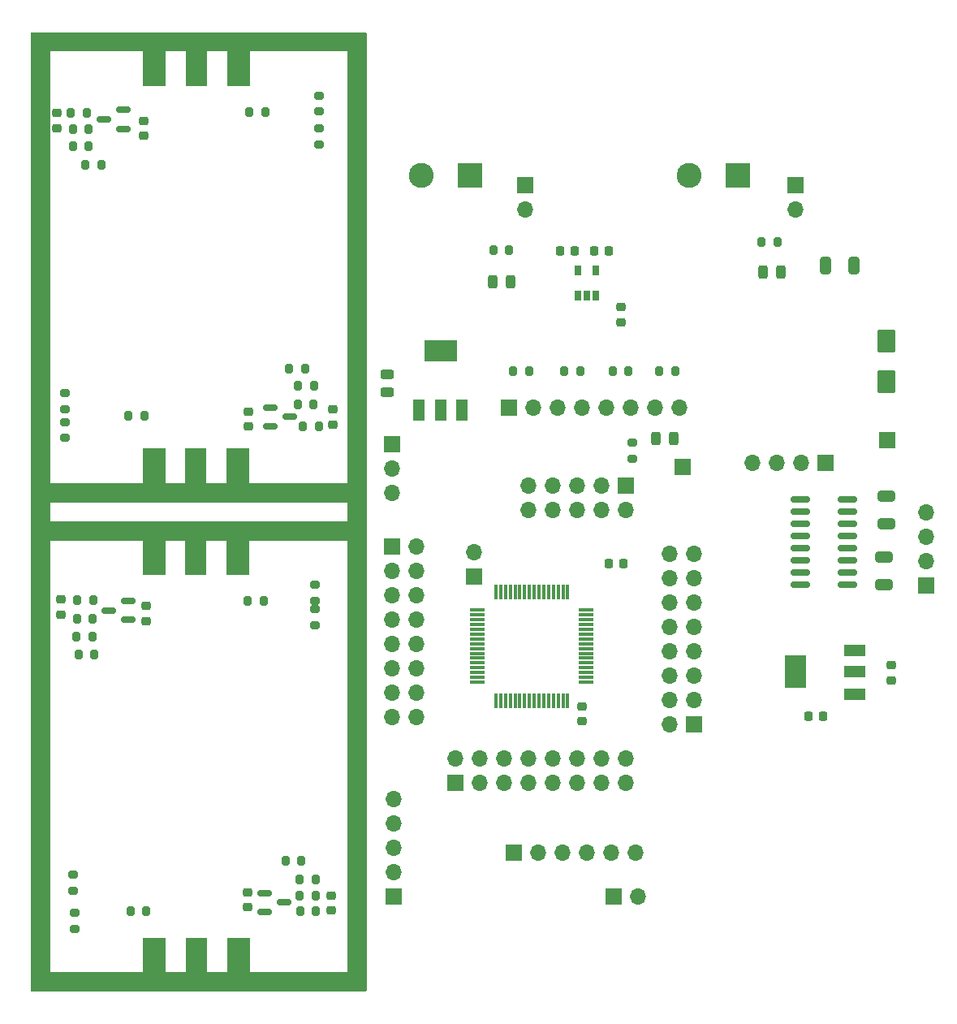
<source format=gbr>
%TF.GenerationSoftware,KiCad,Pcbnew,7.0.9*%
%TF.CreationDate,2023-12-08T23:53:58+01:00*%
%TF.ProjectId,SMPS_V1_data,534d5053-5f56-4315-9f64-6174612e6b69,rev?*%
%TF.SameCoordinates,Original*%
%TF.FileFunction,Soldermask,Top*%
%TF.FilePolarity,Negative*%
%FSLAX46Y46*%
G04 Gerber Fmt 4.6, Leading zero omitted, Abs format (unit mm)*
G04 Created by KiCad (PCBNEW 7.0.9) date 2023-12-08 23:53:58*
%MOMM*%
%LPD*%
G01*
G04 APERTURE LIST*
G04 Aperture macros list*
%AMRoundRect*
0 Rectangle with rounded corners*
0 $1 Rounding radius*
0 $2 $3 $4 $5 $6 $7 $8 $9 X,Y pos of 4 corners*
0 Add a 4 corners polygon primitive as box body*
4,1,4,$2,$3,$4,$5,$6,$7,$8,$9,$2,$3,0*
0 Add four circle primitives for the rounded corners*
1,1,$1+$1,$2,$3*
1,1,$1+$1,$4,$5*
1,1,$1+$1,$6,$7*
1,1,$1+$1,$8,$9*
0 Add four rect primitives between the rounded corners*
20,1,$1+$1,$2,$3,$4,$5,0*
20,1,$1+$1,$4,$5,$6,$7,0*
20,1,$1+$1,$6,$7,$8,$9,0*
20,1,$1+$1,$8,$9,$2,$3,0*%
G04 Aperture macros list end*
%ADD10RoundRect,0.200000X0.200000X0.275000X-0.200000X0.275000X-0.200000X-0.275000X0.200000X-0.275000X0*%
%ADD11RoundRect,0.200000X-0.200000X-0.275000X0.200000X-0.275000X0.200000X0.275000X-0.200000X0.275000X0*%
%ADD12RoundRect,0.075000X0.700000X0.075000X-0.700000X0.075000X-0.700000X-0.075000X0.700000X-0.075000X0*%
%ADD13RoundRect,0.075000X0.075000X0.700000X-0.075000X0.700000X-0.075000X-0.700000X0.075000X-0.700000X0*%
%ADD14RoundRect,0.243750X-0.243750X-0.456250X0.243750X-0.456250X0.243750X0.456250X-0.243750X0.456250X0*%
%ADD15RoundRect,0.225000X0.250000X-0.225000X0.250000X0.225000X-0.250000X0.225000X-0.250000X-0.225000X0*%
%ADD16R,2.290000X5.080000*%
%ADD17R,2.420000X5.080000*%
%ADD18RoundRect,0.243750X0.243750X0.456250X-0.243750X0.456250X-0.243750X-0.456250X0.243750X-0.456250X0*%
%ADD19RoundRect,0.225000X-0.225000X-0.250000X0.225000X-0.250000X0.225000X0.250000X-0.225000X0.250000X0*%
%ADD20R,1.700000X1.700000*%
%ADD21O,1.700000X1.700000*%
%ADD22RoundRect,0.243750X-0.456250X0.243750X-0.456250X-0.243750X0.456250X-0.243750X0.456250X0.243750X0*%
%ADD23RoundRect,0.225000X-0.250000X0.225000X-0.250000X-0.225000X0.250000X-0.225000X0.250000X0.225000X0*%
%ADD24RoundRect,0.150000X0.587500X0.150000X-0.587500X0.150000X-0.587500X-0.150000X0.587500X-0.150000X0*%
%ADD25RoundRect,0.200000X-0.275000X0.200000X-0.275000X-0.200000X0.275000X-0.200000X0.275000X0.200000X0*%
%ADD26RoundRect,0.250000X-0.650000X0.325000X-0.650000X-0.325000X0.650000X-0.325000X0.650000X0.325000X0*%
%ADD27RoundRect,0.102000X0.850000X-1.045000X0.850000X1.045000X-0.850000X1.045000X-0.850000X-1.045000X0*%
%ADD28RoundRect,0.200000X0.275000X-0.200000X0.275000X0.200000X-0.275000X0.200000X-0.275000X-0.200000X0*%
%ADD29RoundRect,0.150000X-0.825000X-0.150000X0.825000X-0.150000X0.825000X0.150000X-0.825000X0.150000X0*%
%ADD30RoundRect,0.225000X0.225000X0.250000X-0.225000X0.250000X-0.225000X-0.250000X0.225000X-0.250000X0*%
%ADD31RoundRect,0.102000X1.200000X1.200000X-1.200000X1.200000X-1.200000X-1.200000X1.200000X-1.200000X0*%
%ADD32C,2.604000*%
%ADD33RoundRect,0.150000X-0.587500X-0.150000X0.587500X-0.150000X0.587500X0.150000X-0.587500X0.150000X0*%
%ADD34R,1.200000X2.200000*%
%ADD35R,3.500000X2.200000*%
%ADD36R,2.200000X1.200000*%
%ADD37R,2.200000X3.500000*%
%ADD38RoundRect,0.250000X0.325000X0.650000X-0.325000X0.650000X-0.325000X-0.650000X0.325000X-0.650000X0*%
%ADD39R,0.660000X1.100000*%
G04 APERTURE END LIST*
D10*
%TO.C,R36*%
X77325200Y-48818800D03*
X75675200Y-48818800D03*
%TD*%
%TO.C,R35*%
X75825000Y-43400000D03*
X74175000Y-43400000D03*
%TD*%
D11*
%TO.C,R38*%
X74375000Y-46900000D03*
X76025000Y-46900000D03*
%TD*%
D12*
%TO.C,U3*%
X127922000Y-102743000D03*
X127922000Y-102243000D03*
X127922000Y-101743000D03*
X127922000Y-101243000D03*
X127922000Y-100743000D03*
X127922000Y-100243000D03*
X127922000Y-99743000D03*
X127922000Y-99243000D03*
X127922000Y-98743000D03*
X127922000Y-98243000D03*
X127922000Y-97743000D03*
X127922000Y-97243000D03*
X127922000Y-96743000D03*
X127922000Y-96243000D03*
X127922000Y-95743000D03*
X127922000Y-95243000D03*
D13*
X125997000Y-93318000D03*
X125497000Y-93318000D03*
X124997000Y-93318000D03*
X124497000Y-93318000D03*
X123997000Y-93318000D03*
X123497000Y-93318000D03*
X122997000Y-93318000D03*
X122497000Y-93318000D03*
X121997000Y-93318000D03*
X121497000Y-93318000D03*
X120997000Y-93318000D03*
X120497000Y-93318000D03*
X119997000Y-93318000D03*
X119497000Y-93318000D03*
X118997000Y-93318000D03*
X118497000Y-93318000D03*
D12*
X116572000Y-95243000D03*
X116572000Y-95743000D03*
X116572000Y-96243000D03*
X116572000Y-96743000D03*
X116572000Y-97243000D03*
X116572000Y-97743000D03*
X116572000Y-98243000D03*
X116572000Y-98743000D03*
X116572000Y-99243000D03*
X116572000Y-99743000D03*
X116572000Y-100243000D03*
X116572000Y-100743000D03*
X116572000Y-101243000D03*
X116572000Y-101743000D03*
X116572000Y-102243000D03*
X116572000Y-102743000D03*
D13*
X118497000Y-104668000D03*
X118997000Y-104668000D03*
X119497000Y-104668000D03*
X119997000Y-104668000D03*
X120497000Y-104668000D03*
X120997000Y-104668000D03*
X121497000Y-104668000D03*
X121997000Y-104668000D03*
X122497000Y-104668000D03*
X122997000Y-104668000D03*
X123497000Y-104668000D03*
X123997000Y-104668000D03*
X124497000Y-104668000D03*
X124997000Y-104668000D03*
X125497000Y-104668000D03*
X125997000Y-104668000D03*
%TD*%
D14*
%TO.C,D4*%
X146380100Y-59965600D03*
X148255100Y-59965600D03*
%TD*%
D15*
%TO.C,C6*%
X127494000Y-106854000D03*
X127494000Y-105304000D03*
%TD*%
D10*
%TO.C,R44*%
X94275000Y-94300000D03*
X92625000Y-94300000D03*
%TD*%
D11*
%TO.C,R33*%
X98025000Y-125018800D03*
X99675000Y-125018800D03*
%TD*%
D10*
%TO.C,R29*%
X76424000Y-96113600D03*
X74774000Y-96113600D03*
%TD*%
D16*
%TO.C,J30*%
X87200000Y-80920000D03*
D17*
X82820000Y-80920000D03*
X91580000Y-80920000D03*
%TD*%
D16*
%TO.C,J32*%
X87250000Y-131930000D03*
D17*
X82870000Y-131930000D03*
X91630000Y-131930000D03*
%TD*%
D10*
%TO.C,R27*%
X76618600Y-99847400D03*
X74968600Y-99847400D03*
%TD*%
D11*
%TO.C,R30*%
X74761800Y-97993200D03*
X76411800Y-97993200D03*
%TD*%
D18*
%TO.C,D5*%
X137027500Y-77360000D03*
X135152500Y-77360000D03*
%TD*%
D16*
%TO.C,J31*%
X87200000Y-89060000D03*
D17*
X91580000Y-89060000D03*
X82820000Y-89060000D03*
%TD*%
D19*
%TO.C,C4*%
X125195000Y-57832000D03*
X126745000Y-57832000D03*
%TD*%
D10*
%TO.C,R4*%
X137209000Y-70291000D03*
X135559000Y-70291000D03*
%TD*%
D20*
%TO.C,J26*%
X121511200Y-50923200D03*
D21*
X121511200Y-53463200D03*
%TD*%
D22*
%TO.C,C1*%
X107174000Y-70623500D03*
X107174000Y-72498500D03*
%TD*%
D23*
%TO.C,C18*%
X92600000Y-124675000D03*
X92600000Y-126225000D03*
%TD*%
D11*
%TO.C,R43*%
X80375000Y-126600000D03*
X82025000Y-126600000D03*
%TD*%
D20*
%TO.C,J5*%
X116250000Y-91770000D03*
D21*
X116250000Y-89230000D03*
%TD*%
D15*
%TO.C,C16*%
X82000000Y-96375000D03*
X82000000Y-94825000D03*
%TD*%
D24*
%TO.C,D8*%
X79616000Y-45050000D03*
X77584000Y-44100000D03*
X79616000Y-43084000D03*
%TD*%
D15*
%TO.C,C21*%
X72700000Y-44975000D03*
X72700000Y-43425000D03*
%TD*%
D10*
%TO.C,R34*%
X99675000Y-123300000D03*
X98025000Y-123300000D03*
%TD*%
D25*
%TO.C,R53*%
X100033800Y-45022000D03*
X100033800Y-46672000D03*
%TD*%
D26*
%TO.C,C9*%
X158990000Y-89680000D03*
X158990000Y-92630000D03*
%TD*%
D24*
%TO.C,D6*%
X80116000Y-96250000D03*
X78084000Y-95300000D03*
X80116000Y-94284000D03*
%TD*%
D26*
%TO.C,C10*%
X159244000Y-83330000D03*
X159244000Y-86280000D03*
%TD*%
D27*
%TO.C,D1*%
X159269400Y-71417400D03*
X159269400Y-67157400D03*
%TD*%
D11*
%TO.C,R41*%
X97837200Y-73787000D03*
X99487200Y-73787000D03*
%TD*%
D28*
%TO.C,R52*%
X73541600Y-74281800D03*
X73541600Y-72631800D03*
%TD*%
D23*
%TO.C,C19*%
X101300000Y-125025000D03*
X101300000Y-126575000D03*
%TD*%
D20*
%TO.C,J4*%
X119874000Y-74101000D03*
D21*
X122414000Y-74101000D03*
X124954000Y-74101000D03*
X127494000Y-74101000D03*
X130034000Y-74101000D03*
X132574000Y-74101000D03*
X135114000Y-74101000D03*
X137654000Y-74101000D03*
%TD*%
D10*
%TO.C,R3*%
X127303000Y-70291000D03*
X125653000Y-70291000D03*
%TD*%
%TO.C,R24*%
X147876400Y-56866800D03*
X146226400Y-56866800D03*
%TD*%
%TO.C,R37*%
X76025000Y-45100000D03*
X74375000Y-45100000D03*
%TD*%
D11*
%TO.C,R31*%
X98075000Y-126593600D03*
X99725000Y-126593600D03*
%TD*%
D20*
%TO.C,J1*%
X107682000Y-77911000D03*
D21*
X107682000Y-80451000D03*
X107682000Y-82991000D03*
%TD*%
D11*
%TO.C,R25*%
X118235600Y-57730400D03*
X119885600Y-57730400D03*
%TD*%
D28*
%TO.C,R47*%
X74422000Y-124472200D03*
X74422000Y-122822200D03*
%TD*%
D20*
%TO.C,J2*%
X107682000Y-88579000D03*
D21*
X110222000Y-88579000D03*
X107682000Y-91119000D03*
X110222000Y-91119000D03*
X107682000Y-93659000D03*
X110222000Y-93659000D03*
X107682000Y-96199000D03*
X110222000Y-96199000D03*
X107682000Y-98739000D03*
X110222000Y-98739000D03*
X107682000Y-101279000D03*
X110222000Y-101279000D03*
X107682000Y-103819000D03*
X110222000Y-103819000D03*
X107682000Y-106359000D03*
X110222000Y-106359000D03*
%TD*%
D25*
%TO.C,R48*%
X74583000Y-126810000D03*
X74583000Y-128460000D03*
%TD*%
D10*
%TO.C,R28*%
X76481800Y-94183800D03*
X74831800Y-94183800D03*
%TD*%
D28*
%TO.C,R50*%
X99618800Y-94246200D03*
X99618800Y-92596200D03*
%TD*%
D23*
%TO.C,C22*%
X92700000Y-74525000D03*
X92700000Y-76075000D03*
%TD*%
D11*
%TO.C,R40*%
X96948200Y-70104000D03*
X98598200Y-70104000D03*
%TD*%
D28*
%TO.C,R54*%
X100033800Y-43243000D03*
X100033800Y-41593000D03*
%TD*%
D20*
%TO.C,J14*%
X159320200Y-77542400D03*
%TD*%
%TO.C,J8*%
X120382000Y-120570000D03*
D21*
X122922000Y-120570000D03*
X125462000Y-120570000D03*
X128002000Y-120570000D03*
X130542000Y-120570000D03*
X133082000Y-120570000D03*
%TD*%
D15*
%TO.C,C20*%
X81800000Y-45775000D03*
X81800000Y-44225000D03*
%TD*%
D23*
%TO.C,C23*%
X101500000Y-74325000D03*
X101500000Y-75875000D03*
%TD*%
D14*
%TO.C,D3*%
X118163000Y-60981600D03*
X120038000Y-60981600D03*
%TD*%
D11*
%TO.C,R46*%
X80175000Y-75000000D03*
X81825000Y-75000000D03*
%TD*%
D29*
%TO.C,U4*%
X150230000Y-83740000D03*
X150230000Y-85010000D03*
X150230000Y-86280000D03*
X150230000Y-87550000D03*
X150230000Y-88820000D03*
X150230000Y-90090000D03*
X150230000Y-91360000D03*
X150230000Y-92630000D03*
X155180000Y-92630000D03*
X155180000Y-91360000D03*
X155180000Y-90090000D03*
X155180000Y-88820000D03*
X155180000Y-87550000D03*
X155180000Y-86280000D03*
X155180000Y-85010000D03*
X155180000Y-83740000D03*
%TD*%
D30*
%TO.C,C5*%
X131825000Y-90357000D03*
X130275000Y-90357000D03*
%TD*%
D20*
%TO.C,J10*%
X107800000Y-125130000D03*
D21*
X107800000Y-122590000D03*
X107800000Y-120050000D03*
X107800000Y-117510000D03*
X107800000Y-114970000D03*
%TD*%
D20*
%TO.C,J13*%
X139178000Y-107121000D03*
D21*
X136638000Y-107121000D03*
X139178000Y-104581000D03*
X136638000Y-104581000D03*
X139178000Y-102041000D03*
X136638000Y-102041000D03*
X139178000Y-99501000D03*
X136638000Y-99501000D03*
X139178000Y-96961000D03*
X136638000Y-96961000D03*
X139178000Y-94421000D03*
X136638000Y-94421000D03*
X139178000Y-91881000D03*
X136638000Y-91881000D03*
X139178000Y-89341000D03*
X136638000Y-89341000D03*
%TD*%
D10*
%TO.C,R1*%
X132320000Y-70291000D03*
X130670000Y-70291000D03*
%TD*%
D31*
%TO.C,J11*%
X143750000Y-49912500D03*
D32*
X138670000Y-49912500D03*
%TD*%
D20*
%TO.C,J28*%
X137986792Y-80331208D03*
%TD*%
D23*
%TO.C,C11*%
X159752000Y-100999000D03*
X159752000Y-102549000D03*
%TD*%
D28*
%TO.C,R26*%
X132700000Y-79425000D03*
X132700000Y-77775000D03*
%TD*%
D19*
%TO.C,C8*%
X151090000Y-106274000D03*
X152640000Y-106274000D03*
%TD*%
D33*
%TO.C,D9*%
X94984000Y-74150000D03*
X97016000Y-75100000D03*
X94984000Y-76116000D03*
%TD*%
D20*
%TO.C,J9*%
X130796000Y-125142000D03*
D21*
X133336000Y-125142000D03*
%TD*%
D34*
%TO.C,U2*%
X110462000Y-74407000D03*
D35*
X112762000Y-68207000D03*
D34*
X112762000Y-74407000D03*
X114962000Y-74407000D03*
%TD*%
D20*
%TO.C,J6*%
X132066000Y-82229000D03*
D21*
X132066000Y-84769000D03*
X129526000Y-82229000D03*
X129526000Y-84769000D03*
X126986000Y-82229000D03*
X126986000Y-84769000D03*
X124446000Y-82229000D03*
X124446000Y-84769000D03*
X121906000Y-82229000D03*
X121906000Y-84769000D03*
%TD*%
D36*
%TO.C,U5*%
X155942000Y-103988000D03*
D37*
X149742000Y-101688000D03*
D36*
X155942000Y-101688000D03*
X155942000Y-99488000D03*
%TD*%
D31*
%TO.C,J3*%
X115810000Y-49895000D03*
D32*
X110730000Y-49895000D03*
%TD*%
D11*
%TO.C,R39*%
X98375000Y-76100000D03*
X100025000Y-76100000D03*
%TD*%
D20*
%TO.C,J7*%
X114286000Y-113217000D03*
D21*
X114286000Y-110677000D03*
X116826000Y-113217000D03*
X116826000Y-110677000D03*
X119366000Y-113217000D03*
X119366000Y-110677000D03*
X121906000Y-113217000D03*
X121906000Y-110677000D03*
X124446000Y-113217000D03*
X124446000Y-110677000D03*
X126986000Y-113217000D03*
X126986000Y-110677000D03*
X129526000Y-113217000D03*
X129526000Y-110677000D03*
X132066000Y-113217000D03*
X132066000Y-110677000D03*
%TD*%
D10*
%TO.C,R2*%
X121969000Y-70291000D03*
X120319000Y-70291000D03*
%TD*%
D38*
%TO.C,C7*%
X155844000Y-59356000D03*
X152894000Y-59356000D03*
%TD*%
D25*
%TO.C,R51*%
X73558400Y-75629000D03*
X73558400Y-77279000D03*
%TD*%
D20*
%TO.C,J27*%
X149756000Y-50923200D03*
D21*
X149756000Y-53463200D03*
%TD*%
D10*
%TO.C,R42*%
X99499400Y-71805800D03*
X97849400Y-71805800D03*
%TD*%
D30*
%TO.C,C3*%
X130301000Y-57832000D03*
X128751000Y-57832000D03*
%TD*%
D25*
%TO.C,R49*%
X99618800Y-95136200D03*
X99618800Y-96786200D03*
%TD*%
D39*
%TO.C,U1*%
X127052000Y-62421000D03*
X128002000Y-62421000D03*
X128952000Y-62421000D03*
X128952000Y-59821000D03*
X127052000Y-59821000D03*
%TD*%
D33*
%TO.C,D7*%
X94384000Y-124780000D03*
X96416000Y-125730000D03*
X94384000Y-126746000D03*
%TD*%
D10*
%TO.C,R45*%
X94425000Y-43332400D03*
X92775000Y-43332400D03*
%TD*%
D11*
%TO.C,R32*%
X96533200Y-121412000D03*
X98183200Y-121412000D03*
%TD*%
D15*
%TO.C,C17*%
X73160600Y-95681800D03*
X73160600Y-94131800D03*
%TD*%
D16*
%TO.C,J29*%
X87250000Y-38070000D03*
D17*
X91630000Y-38070000D03*
X82870000Y-38070000D03*
%TD*%
D15*
%TO.C,C2*%
X131558000Y-65211000D03*
X131558000Y-63661000D03*
%TD*%
D20*
%TO.C,J12*%
X152900000Y-79900000D03*
D21*
X150360000Y-79900000D03*
X147820000Y-79900000D03*
X145280000Y-79900000D03*
%TD*%
D20*
%TO.C,J25*%
X163364200Y-92670800D03*
D21*
X163364200Y-90130800D03*
X163364200Y-87590800D03*
X163364200Y-85050800D03*
%TD*%
G36*
X72193039Y-35019685D02*
G01*
X72238794Y-35072489D01*
X72250000Y-35124000D01*
X72250000Y-36876000D01*
X72230315Y-36943039D01*
X72177511Y-36988794D01*
X72126000Y-37000000D01*
X72000000Y-37000000D01*
X72000000Y-82000000D01*
X72126000Y-82000000D01*
X72193039Y-82019685D01*
X72238794Y-82072489D01*
X72250000Y-82124000D01*
X72250000Y-83876000D01*
X72230315Y-83943039D01*
X72177511Y-83988794D01*
X72126000Y-84000000D01*
X72000000Y-84000000D01*
X72000000Y-86000000D01*
X72126000Y-86000000D01*
X72193039Y-86019685D01*
X72238794Y-86072489D01*
X72250000Y-86124000D01*
X72250000Y-87876000D01*
X72230315Y-87943039D01*
X72177511Y-87988794D01*
X72126000Y-88000000D01*
X72000000Y-88000000D01*
X72000000Y-133000000D01*
X72126000Y-133000000D01*
X72193039Y-133019685D01*
X72238794Y-133072489D01*
X72250000Y-133124000D01*
X72250000Y-134876000D01*
X72230315Y-134943039D01*
X72177511Y-134988794D01*
X72126000Y-135000000D01*
X70124000Y-135000000D01*
X70056961Y-134980315D01*
X70011206Y-134927511D01*
X70000000Y-134876000D01*
X70000000Y-35124000D01*
X70019685Y-35056961D01*
X70072489Y-35011206D01*
X70124000Y-35000000D01*
X72126000Y-35000000D01*
X72193039Y-35019685D01*
G37*
G36*
X103205203Y-81885564D02*
G01*
X103242977Y-81944342D01*
X103246660Y-81961096D01*
X103248348Y-81972488D01*
X103248944Y-81978536D01*
X103249925Y-81998482D01*
X103250000Y-82001528D01*
X103250000Y-83998471D01*
X103249925Y-84001517D01*
X103248944Y-84021463D01*
X103248348Y-84027511D01*
X103246660Y-84038903D01*
X103217359Y-84102332D01*
X103158417Y-84139850D01*
X103088548Y-84139546D01*
X103029935Y-84101516D01*
X103001187Y-84037835D01*
X103000000Y-84020722D01*
X103000000Y-84000000D01*
X72000000Y-84000000D01*
X72000000Y-84020722D01*
X71980315Y-84087761D01*
X71927511Y-84133516D01*
X71858353Y-84143460D01*
X71794797Y-84114435D01*
X71757023Y-84055657D01*
X71753342Y-84038917D01*
X71751652Y-84027520D01*
X71751055Y-84021461D01*
X71750075Y-84001511D01*
X71750000Y-83998469D01*
X71750000Y-82001530D01*
X71750075Y-81998488D01*
X71751055Y-81978538D01*
X71751652Y-81972479D01*
X71753342Y-81961082D01*
X71782651Y-81897656D01*
X71841597Y-81860145D01*
X71911466Y-81860457D01*
X71970075Y-81898494D01*
X71998815Y-81962179D01*
X72000000Y-81979277D01*
X72000000Y-82000000D01*
X103000000Y-82000000D01*
X103000000Y-81979277D01*
X103019685Y-81912238D01*
X103072489Y-81866483D01*
X103141647Y-81856539D01*
X103205203Y-81885564D01*
G37*
G36*
X103205203Y-85885564D02*
G01*
X103242977Y-85944342D01*
X103246660Y-85961096D01*
X103248348Y-85972488D01*
X103248944Y-85978536D01*
X103249925Y-85998482D01*
X103250000Y-86001528D01*
X103250000Y-87998471D01*
X103249925Y-88001517D01*
X103248944Y-88021463D01*
X103248348Y-88027511D01*
X103246660Y-88038903D01*
X103217359Y-88102332D01*
X103158417Y-88139850D01*
X103088548Y-88139546D01*
X103029935Y-88101516D01*
X103001187Y-88037835D01*
X103000000Y-88020722D01*
X103000000Y-88000000D01*
X72000000Y-88000000D01*
X72000000Y-88020722D01*
X71980315Y-88087761D01*
X71927511Y-88133516D01*
X71858353Y-88143460D01*
X71794797Y-88114435D01*
X71757023Y-88055657D01*
X71753342Y-88038917D01*
X71751652Y-88027520D01*
X71751055Y-88021461D01*
X71750075Y-88001511D01*
X71750000Y-87998469D01*
X71750000Y-86001530D01*
X71750075Y-85998488D01*
X71751055Y-85978538D01*
X71751652Y-85972479D01*
X71753342Y-85961082D01*
X71782651Y-85897656D01*
X71841597Y-85860145D01*
X71911466Y-85860457D01*
X71970075Y-85898494D01*
X71998815Y-85962179D01*
X72000000Y-85979277D01*
X72000000Y-86000000D01*
X103000000Y-86000000D01*
X103000000Y-85979277D01*
X103019685Y-85912238D01*
X103072489Y-85866483D01*
X103141647Y-85856539D01*
X103205203Y-85885564D01*
G37*
G36*
X103193039Y-35019685D02*
G01*
X103238794Y-35072489D01*
X103250000Y-35124000D01*
X103250000Y-36998471D01*
X103249925Y-37001517D01*
X103248944Y-37021463D01*
X103248348Y-37027511D01*
X103246660Y-37038903D01*
X103217359Y-37102332D01*
X103158417Y-37139850D01*
X103088548Y-37139546D01*
X103029935Y-37101516D01*
X103001187Y-37037835D01*
X103000000Y-37020722D01*
X103000000Y-37000000D01*
X72000000Y-37000000D01*
X72000000Y-37020722D01*
X71980315Y-37087761D01*
X71927511Y-37133516D01*
X71858353Y-37143460D01*
X71794797Y-37114435D01*
X71757023Y-37055657D01*
X71753342Y-37038917D01*
X71751652Y-37027520D01*
X71751055Y-37021461D01*
X71750075Y-37001511D01*
X71750000Y-36998469D01*
X71750000Y-35124000D01*
X71769685Y-35056961D01*
X71822489Y-35011206D01*
X71874000Y-35000000D01*
X103126000Y-35000000D01*
X103193039Y-35019685D01*
G37*
G36*
X104943039Y-35019685D02*
G01*
X104988794Y-35072489D01*
X105000000Y-35124000D01*
X105000000Y-134876000D01*
X104980315Y-134943039D01*
X104927511Y-134988794D01*
X104876000Y-135000000D01*
X102874000Y-135000000D01*
X102806961Y-134980315D01*
X102761206Y-134927511D01*
X102750000Y-134876000D01*
X102750000Y-133124000D01*
X102769685Y-133056961D01*
X102822489Y-133011206D01*
X102874000Y-133000000D01*
X103000000Y-133000000D01*
X103000000Y-88000000D01*
X102874000Y-88000000D01*
X102806961Y-87980315D01*
X102761206Y-87927511D01*
X102750000Y-87876000D01*
X102750000Y-86124000D01*
X102769685Y-86056961D01*
X102822489Y-86011206D01*
X102874000Y-86000000D01*
X103000000Y-86000000D01*
X103000000Y-84000000D01*
X102874000Y-84000000D01*
X102806961Y-83980315D01*
X102761206Y-83927511D01*
X102750000Y-83876000D01*
X102750000Y-82124000D01*
X102769685Y-82056961D01*
X102822489Y-82011206D01*
X102874000Y-82000000D01*
X103000000Y-82000000D01*
X103000000Y-37000000D01*
X102874000Y-37000000D01*
X102806961Y-36980315D01*
X102761206Y-36927511D01*
X102750000Y-36876000D01*
X102750000Y-35124000D01*
X102769685Y-35056961D01*
X102822489Y-35011206D01*
X102874000Y-35000000D01*
X104876000Y-35000000D01*
X104943039Y-35019685D01*
G37*
G36*
X103205203Y-132885564D02*
G01*
X103242977Y-132944342D01*
X103246660Y-132961096D01*
X103248348Y-132972488D01*
X103248944Y-132978536D01*
X103249925Y-132998482D01*
X103250000Y-133001528D01*
X103250000Y-134876000D01*
X103230315Y-134943039D01*
X103177511Y-134988794D01*
X103126000Y-135000000D01*
X71874000Y-135000000D01*
X71806961Y-134980315D01*
X71761206Y-134927511D01*
X71750000Y-134876000D01*
X71750000Y-133001530D01*
X71750075Y-132998488D01*
X71751055Y-132978538D01*
X71751652Y-132972479D01*
X71753342Y-132961082D01*
X71782651Y-132897656D01*
X71841597Y-132860145D01*
X71911466Y-132860457D01*
X71970075Y-132898494D01*
X71998815Y-132962179D01*
X72000000Y-132979277D01*
X72000000Y-133000000D01*
X103000000Y-133000000D01*
X103000000Y-132979277D01*
X103019685Y-132912238D01*
X103072489Y-132866483D01*
X103141647Y-132856539D01*
X103205203Y-132885564D01*
G37*
M02*

</source>
